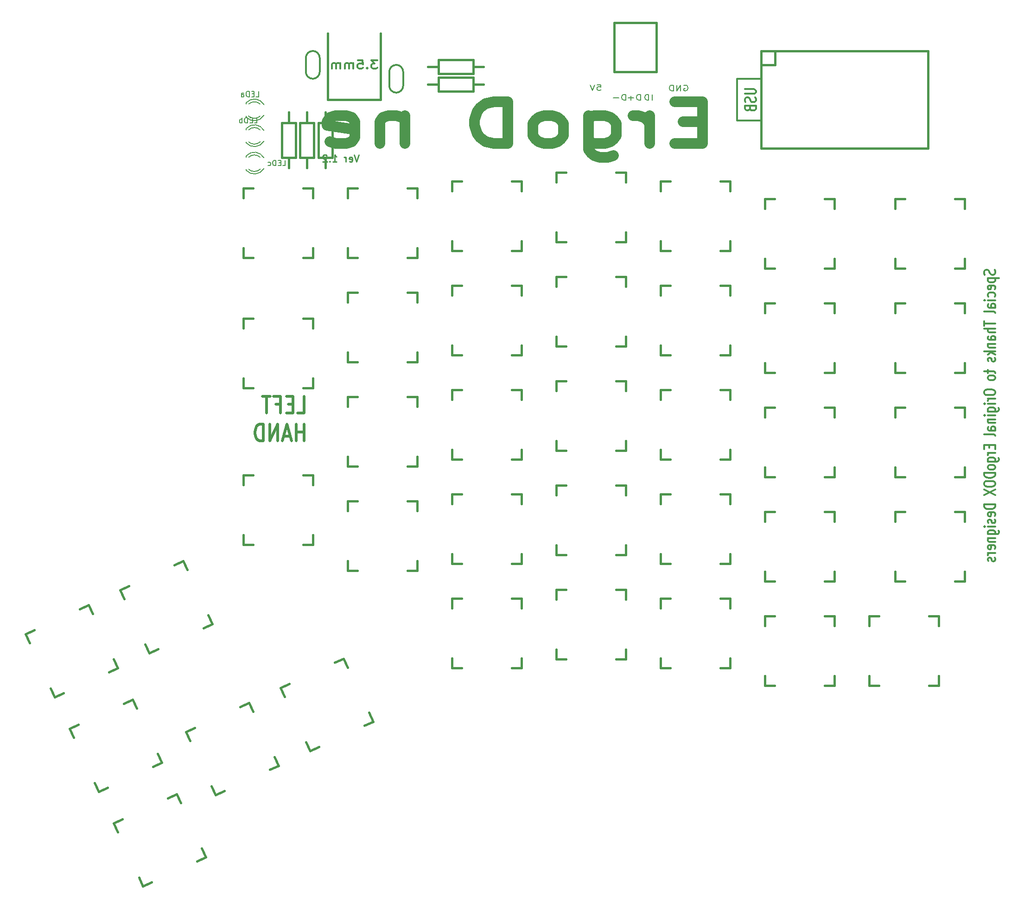
<source format=gbr>
G04 #@! TF.GenerationSoftware,KiCad,Pcbnew,(2017-04-04 revision 5dbfc0233)-makepkg*
G04 #@! TF.CreationDate,2017-04-22T22:17:14+08:00*
G04 #@! TF.ProjectId,ErgoDone,4572676F446F6E652E6B696361645F70,rev?*
G04 #@! TF.FileFunction,Legend,Bot*
G04 #@! TF.FilePolarity,Positive*
%FSLAX46Y46*%
G04 Gerber Fmt 4.6, Leading zero omitted, Abs format (unit mm)*
G04 Created by KiCad (PCBNEW (2017-04-04 revision 5dbfc0233)-makepkg) date 04/22/17 22:17:14*
%MOMM*%
%LPD*%
G01*
G04 APERTURE LIST*
%ADD10C,0.150000*%
%ADD11C,1.905000*%
%ADD12C,0.304800*%
%ADD13C,0.254000*%
%ADD14C,0.203200*%
%ADD15C,0.508000*%
%ADD16C,0.300000*%
%ADD17C,0.381000*%
G04 APERTURE END LIST*
D10*
D11*
X149901000Y-46520714D02*
X146345000Y-46520714D01*
X144821000Y-50512142D02*
X149901000Y-50512142D01*
X149901000Y-42892142D01*
X144821000Y-42892142D01*
X140249000Y-50512142D02*
X140249000Y-45432142D01*
X140249000Y-46883571D02*
X139741000Y-46157857D01*
X139233000Y-45795000D01*
X138217000Y-45432142D01*
X137201000Y-45432142D01*
X129073000Y-45432142D02*
X129073000Y-51600714D01*
X129581000Y-52326428D01*
X130089000Y-52689285D01*
X131105000Y-53052142D01*
X132629000Y-53052142D01*
X133645000Y-52689285D01*
X129073000Y-50149285D02*
X130089000Y-50512142D01*
X132121000Y-50512142D01*
X133137000Y-50149285D01*
X133645000Y-49786428D01*
X134153000Y-49060714D01*
X134153000Y-46883571D01*
X133645000Y-46157857D01*
X133137000Y-45795000D01*
X132121000Y-45432142D01*
X130089000Y-45432142D01*
X129073000Y-45795000D01*
X122469000Y-50512142D02*
X123485000Y-50149285D01*
X123993000Y-49786428D01*
X124501000Y-49060714D01*
X124501000Y-46883571D01*
X123993000Y-46157857D01*
X123485000Y-45795000D01*
X122469000Y-45432142D01*
X120945000Y-45432142D01*
X119929000Y-45795000D01*
X119421000Y-46157857D01*
X118913000Y-46883571D01*
X118913000Y-49060714D01*
X119421000Y-49786428D01*
X119929000Y-50149285D01*
X120945000Y-50512142D01*
X122469000Y-50512142D01*
X114341000Y-50512142D02*
X114341000Y-42892142D01*
X111801000Y-42892142D01*
X110277000Y-43255000D01*
X109261000Y-43980714D01*
X108753000Y-44706428D01*
X108245000Y-46157857D01*
X108245000Y-47246428D01*
X108753000Y-48697857D01*
X109261000Y-49423571D01*
X110277000Y-50149285D01*
X111801000Y-50512142D01*
X114341000Y-50512142D01*
X95545000Y-45432142D02*
X95545000Y-50512142D01*
X95545000Y-46157857D02*
X95037000Y-45795000D01*
X94021000Y-45432142D01*
X92497000Y-45432142D01*
X91481000Y-45795000D01*
X90973000Y-46520714D01*
X90973000Y-50512142D01*
X81829000Y-50149285D02*
X82845000Y-50512142D01*
X84877000Y-50512142D01*
X85893000Y-50149285D01*
X86401000Y-49423571D01*
X86401000Y-46520714D01*
X85893000Y-45795000D01*
X84877000Y-45432142D01*
X82845000Y-45432142D01*
X81829000Y-45795000D01*
X81321000Y-46520714D01*
X81321000Y-47246428D01*
X86401000Y-47972142D01*
D12*
X156210000Y-46355000D02*
X160655000Y-46355000D01*
X156210000Y-38735000D02*
X156210000Y-46355000D01*
X160655000Y-38735000D02*
X156210000Y-38735000D01*
X157637238Y-40621857D02*
X159282190Y-40621857D01*
X159475714Y-40694428D01*
X159572476Y-40767000D01*
X159669238Y-40912142D01*
X159669238Y-41202428D01*
X159572476Y-41347571D01*
X159475714Y-41420142D01*
X159282190Y-41492714D01*
X157637238Y-41492714D01*
X159572476Y-42145857D02*
X159669238Y-42363571D01*
X159669238Y-42726428D01*
X159572476Y-42871571D01*
X159475714Y-42944142D01*
X159282190Y-43016714D01*
X159088666Y-43016714D01*
X158895142Y-42944142D01*
X158798380Y-42871571D01*
X158701619Y-42726428D01*
X158604857Y-42436142D01*
X158508095Y-42291000D01*
X158411333Y-42218428D01*
X158217809Y-42145857D01*
X158024285Y-42145857D01*
X157830761Y-42218428D01*
X157734000Y-42291000D01*
X157637238Y-42436142D01*
X157637238Y-42799000D01*
X157734000Y-43016714D01*
X158604857Y-44177857D02*
X158701619Y-44395571D01*
X158798380Y-44468142D01*
X158991904Y-44540714D01*
X159282190Y-44540714D01*
X159475714Y-44468142D01*
X159572476Y-44395571D01*
X159669238Y-44250428D01*
X159669238Y-43669857D01*
X157637238Y-43669857D01*
X157637238Y-44177857D01*
X157734000Y-44323000D01*
X157830761Y-44395571D01*
X158024285Y-44468142D01*
X158217809Y-44468142D01*
X158411333Y-44395571D01*
X158508095Y-44323000D01*
X158604857Y-44177857D01*
X158604857Y-43669857D01*
X203287476Y-73667571D02*
X203384238Y-73885285D01*
X203384238Y-74248142D01*
X203287476Y-74393285D01*
X203190714Y-74465857D01*
X202997190Y-74538428D01*
X202803666Y-74538428D01*
X202610142Y-74465857D01*
X202513380Y-74393285D01*
X202416619Y-74248142D01*
X202319857Y-73957857D01*
X202223095Y-73812714D01*
X202126333Y-73740142D01*
X201932809Y-73667571D01*
X201739285Y-73667571D01*
X201545761Y-73740142D01*
X201449000Y-73812714D01*
X201352238Y-73957857D01*
X201352238Y-74320714D01*
X201449000Y-74538428D01*
X202029571Y-75191571D02*
X204061571Y-75191571D01*
X202126333Y-75191571D02*
X202029571Y-75336714D01*
X202029571Y-75627000D01*
X202126333Y-75772142D01*
X202223095Y-75844714D01*
X202416619Y-75917285D01*
X202997190Y-75917285D01*
X203190714Y-75844714D01*
X203287476Y-75772142D01*
X203384238Y-75627000D01*
X203384238Y-75336714D01*
X203287476Y-75191571D01*
X203287476Y-77151000D02*
X203384238Y-77005857D01*
X203384238Y-76715571D01*
X203287476Y-76570428D01*
X203093952Y-76497857D01*
X202319857Y-76497857D01*
X202126333Y-76570428D01*
X202029571Y-76715571D01*
X202029571Y-77005857D01*
X202126333Y-77151000D01*
X202319857Y-77223571D01*
X202513380Y-77223571D01*
X202706904Y-76497857D01*
X203287476Y-78529857D02*
X203384238Y-78384714D01*
X203384238Y-78094428D01*
X203287476Y-77949285D01*
X203190714Y-77876714D01*
X202997190Y-77804142D01*
X202416619Y-77804142D01*
X202223095Y-77876714D01*
X202126333Y-77949285D01*
X202029571Y-78094428D01*
X202029571Y-78384714D01*
X202126333Y-78529857D01*
X203384238Y-79183000D02*
X202029571Y-79183000D01*
X201352238Y-79183000D02*
X201449000Y-79110428D01*
X201545761Y-79183000D01*
X201449000Y-79255571D01*
X201352238Y-79183000D01*
X201545761Y-79183000D01*
X203384238Y-80561857D02*
X202319857Y-80561857D01*
X202126333Y-80489285D01*
X202029571Y-80344142D01*
X202029571Y-80053857D01*
X202126333Y-79908714D01*
X203287476Y-80561857D02*
X203384238Y-80416714D01*
X203384238Y-80053857D01*
X203287476Y-79908714D01*
X203093952Y-79836142D01*
X202900428Y-79836142D01*
X202706904Y-79908714D01*
X202610142Y-80053857D01*
X202610142Y-80416714D01*
X202513380Y-80561857D01*
X203384238Y-81505285D02*
X203287476Y-81360142D01*
X203093952Y-81287571D01*
X201352238Y-81287571D01*
X201352238Y-83029285D02*
X201352238Y-83900142D01*
X203384238Y-83464714D02*
X201352238Y-83464714D01*
X203384238Y-84408142D02*
X201352238Y-84408142D01*
X203384238Y-85061285D02*
X202319857Y-85061285D01*
X202126333Y-84988714D01*
X202029571Y-84843571D01*
X202029571Y-84625857D01*
X202126333Y-84480714D01*
X202223095Y-84408142D01*
X203384238Y-86440142D02*
X202319857Y-86440142D01*
X202126333Y-86367571D01*
X202029571Y-86222428D01*
X202029571Y-85932142D01*
X202126333Y-85787000D01*
X203287476Y-86440142D02*
X203384238Y-86295000D01*
X203384238Y-85932142D01*
X203287476Y-85787000D01*
X203093952Y-85714428D01*
X202900428Y-85714428D01*
X202706904Y-85787000D01*
X202610142Y-85932142D01*
X202610142Y-86295000D01*
X202513380Y-86440142D01*
X202029571Y-87165857D02*
X203384238Y-87165857D01*
X202223095Y-87165857D02*
X202126333Y-87238428D01*
X202029571Y-87383571D01*
X202029571Y-87601285D01*
X202126333Y-87746428D01*
X202319857Y-87819000D01*
X203384238Y-87819000D01*
X203384238Y-88544714D02*
X201352238Y-88544714D01*
X202610142Y-88689857D02*
X203384238Y-89125285D01*
X202029571Y-89125285D02*
X202803666Y-88544714D01*
X203287476Y-89705857D02*
X203384238Y-89851000D01*
X203384238Y-90141285D01*
X203287476Y-90286428D01*
X203093952Y-90359000D01*
X202997190Y-90359000D01*
X202803666Y-90286428D01*
X202706904Y-90141285D01*
X202706904Y-89923571D01*
X202610142Y-89778428D01*
X202416619Y-89705857D01*
X202319857Y-89705857D01*
X202126333Y-89778428D01*
X202029571Y-89923571D01*
X202029571Y-90141285D01*
X202126333Y-90286428D01*
X202029571Y-91955571D02*
X202029571Y-92536142D01*
X201352238Y-92173285D02*
X203093952Y-92173285D01*
X203287476Y-92245857D01*
X203384238Y-92391000D01*
X203384238Y-92536142D01*
X203384238Y-93261857D02*
X203287476Y-93116714D01*
X203190714Y-93044142D01*
X202997190Y-92971571D01*
X202416619Y-92971571D01*
X202223095Y-93044142D01*
X202126333Y-93116714D01*
X202029571Y-93261857D01*
X202029571Y-93479571D01*
X202126333Y-93624714D01*
X202223095Y-93697285D01*
X202416619Y-93769857D01*
X202997190Y-93769857D01*
X203190714Y-93697285D01*
X203287476Y-93624714D01*
X203384238Y-93479571D01*
X203384238Y-93261857D01*
X201352238Y-95874428D02*
X201352238Y-96164714D01*
X201449000Y-96309857D01*
X201642523Y-96455000D01*
X202029571Y-96527571D01*
X202706904Y-96527571D01*
X203093952Y-96455000D01*
X203287476Y-96309857D01*
X203384238Y-96164714D01*
X203384238Y-95874428D01*
X203287476Y-95729285D01*
X203093952Y-95584142D01*
X202706904Y-95511571D01*
X202029571Y-95511571D01*
X201642523Y-95584142D01*
X201449000Y-95729285D01*
X201352238Y-95874428D01*
X203384238Y-97180714D02*
X202029571Y-97180714D01*
X202416619Y-97180714D02*
X202223095Y-97253285D01*
X202126333Y-97325857D01*
X202029571Y-97471000D01*
X202029571Y-97616142D01*
X203384238Y-98124142D02*
X202029571Y-98124142D01*
X201352238Y-98124142D02*
X201449000Y-98051571D01*
X201545761Y-98124142D01*
X201449000Y-98196714D01*
X201352238Y-98124142D01*
X201545761Y-98124142D01*
X202029571Y-99503000D02*
X203674523Y-99503000D01*
X203868047Y-99430428D01*
X203964809Y-99357857D01*
X204061571Y-99212714D01*
X204061571Y-98995000D01*
X203964809Y-98849857D01*
X203287476Y-99503000D02*
X203384238Y-99357857D01*
X203384238Y-99067571D01*
X203287476Y-98922428D01*
X203190714Y-98849857D01*
X202997190Y-98777285D01*
X202416619Y-98777285D01*
X202223095Y-98849857D01*
X202126333Y-98922428D01*
X202029571Y-99067571D01*
X202029571Y-99357857D01*
X202126333Y-99503000D01*
X203384238Y-100228714D02*
X202029571Y-100228714D01*
X201352238Y-100228714D02*
X201449000Y-100156142D01*
X201545761Y-100228714D01*
X201449000Y-100301285D01*
X201352238Y-100228714D01*
X201545761Y-100228714D01*
X202029571Y-100954428D02*
X203384238Y-100954428D01*
X202223095Y-100954428D02*
X202126333Y-101027000D01*
X202029571Y-101172142D01*
X202029571Y-101389857D01*
X202126333Y-101535000D01*
X202319857Y-101607571D01*
X203384238Y-101607571D01*
X203384238Y-102986428D02*
X202319857Y-102986428D01*
X202126333Y-102913857D01*
X202029571Y-102768714D01*
X202029571Y-102478428D01*
X202126333Y-102333285D01*
X203287476Y-102986428D02*
X203384238Y-102841285D01*
X203384238Y-102478428D01*
X203287476Y-102333285D01*
X203093952Y-102260714D01*
X202900428Y-102260714D01*
X202706904Y-102333285D01*
X202610142Y-102478428D01*
X202610142Y-102841285D01*
X202513380Y-102986428D01*
X203384238Y-103929857D02*
X203287476Y-103784714D01*
X203093952Y-103712142D01*
X201352238Y-103712142D01*
X202319857Y-105671571D02*
X202319857Y-106179571D01*
X203384238Y-106397285D02*
X203384238Y-105671571D01*
X201352238Y-105671571D01*
X201352238Y-106397285D01*
X203384238Y-107050428D02*
X202029571Y-107050428D01*
X202416619Y-107050428D02*
X202223095Y-107123000D01*
X202126333Y-107195571D01*
X202029571Y-107340714D01*
X202029571Y-107485857D01*
X202029571Y-108647000D02*
X203674523Y-108647000D01*
X203868047Y-108574428D01*
X203964809Y-108501857D01*
X204061571Y-108356714D01*
X204061571Y-108139000D01*
X203964809Y-107993857D01*
X203287476Y-108647000D02*
X203384238Y-108501857D01*
X203384238Y-108211571D01*
X203287476Y-108066428D01*
X203190714Y-107993857D01*
X202997190Y-107921285D01*
X202416619Y-107921285D01*
X202223095Y-107993857D01*
X202126333Y-108066428D01*
X202029571Y-108211571D01*
X202029571Y-108501857D01*
X202126333Y-108647000D01*
X203384238Y-109590428D02*
X203287476Y-109445285D01*
X203190714Y-109372714D01*
X202997190Y-109300142D01*
X202416619Y-109300142D01*
X202223095Y-109372714D01*
X202126333Y-109445285D01*
X202029571Y-109590428D01*
X202029571Y-109808142D01*
X202126333Y-109953285D01*
X202223095Y-110025857D01*
X202416619Y-110098428D01*
X202997190Y-110098428D01*
X203190714Y-110025857D01*
X203287476Y-109953285D01*
X203384238Y-109808142D01*
X203384238Y-109590428D01*
X203384238Y-110751571D02*
X201352238Y-110751571D01*
X201352238Y-111114428D01*
X201449000Y-111332142D01*
X201642523Y-111477285D01*
X201836047Y-111549857D01*
X202223095Y-111622428D01*
X202513380Y-111622428D01*
X202900428Y-111549857D01*
X203093952Y-111477285D01*
X203287476Y-111332142D01*
X203384238Y-111114428D01*
X203384238Y-110751571D01*
X201352238Y-112565857D02*
X201352238Y-112856142D01*
X201449000Y-113001285D01*
X201642523Y-113146428D01*
X202029571Y-113218999D01*
X202706904Y-113218999D01*
X203093952Y-113146428D01*
X203287476Y-113001285D01*
X203384238Y-112856142D01*
X203384238Y-112565857D01*
X203287476Y-112420714D01*
X203093952Y-112275571D01*
X202706904Y-112202999D01*
X202029571Y-112202999D01*
X201642523Y-112275571D01*
X201449000Y-112420714D01*
X201352238Y-112565857D01*
X201352238Y-113726999D02*
X203384238Y-114742999D01*
X201352238Y-114742999D02*
X203384238Y-113726999D01*
X203384238Y-116484714D02*
X201352238Y-116484714D01*
X201352238Y-116847571D01*
X201449000Y-117065285D01*
X201642523Y-117210428D01*
X201836047Y-117282999D01*
X202223095Y-117355571D01*
X202513380Y-117355571D01*
X202900428Y-117282999D01*
X203093952Y-117210428D01*
X203287476Y-117065285D01*
X203384238Y-116847571D01*
X203384238Y-116484714D01*
X203287476Y-118589285D02*
X203384238Y-118444142D01*
X203384238Y-118153857D01*
X203287476Y-118008714D01*
X203093952Y-117936142D01*
X202319857Y-117936142D01*
X202126333Y-118008714D01*
X202029571Y-118153857D01*
X202029571Y-118444142D01*
X202126333Y-118589285D01*
X202319857Y-118661857D01*
X202513380Y-118661857D01*
X202706904Y-117936142D01*
X203287476Y-119242428D02*
X203384238Y-119387571D01*
X203384238Y-119677857D01*
X203287476Y-119822999D01*
X203093952Y-119895571D01*
X202997190Y-119895571D01*
X202803666Y-119822999D01*
X202706904Y-119677857D01*
X202706904Y-119460142D01*
X202610142Y-119314999D01*
X202416619Y-119242428D01*
X202319857Y-119242428D01*
X202126333Y-119314999D01*
X202029571Y-119460142D01*
X202029571Y-119677857D01*
X202126333Y-119822999D01*
X203384238Y-120548714D02*
X202029571Y-120548714D01*
X201352238Y-120548714D02*
X201449000Y-120476142D01*
X201545761Y-120548714D01*
X201449000Y-120621285D01*
X201352238Y-120548714D01*
X201545761Y-120548714D01*
X202029571Y-121927571D02*
X203674523Y-121927571D01*
X203868047Y-121854999D01*
X203964809Y-121782428D01*
X204061571Y-121637285D01*
X204061571Y-121419571D01*
X203964809Y-121274428D01*
X203287476Y-121927571D02*
X203384238Y-121782428D01*
X203384238Y-121492142D01*
X203287476Y-121346999D01*
X203190714Y-121274428D01*
X202997190Y-121201857D01*
X202416619Y-121201857D01*
X202223095Y-121274428D01*
X202126333Y-121346999D01*
X202029571Y-121492142D01*
X202029571Y-121782428D01*
X202126333Y-121927571D01*
X202029571Y-122653285D02*
X203384238Y-122653285D01*
X202223095Y-122653285D02*
X202126333Y-122725857D01*
X202029571Y-122870999D01*
X202029571Y-123088714D01*
X202126333Y-123233857D01*
X202319857Y-123306428D01*
X203384238Y-123306428D01*
X203287476Y-124612714D02*
X203384238Y-124467571D01*
X203384238Y-124177285D01*
X203287476Y-124032142D01*
X203093952Y-123959571D01*
X202319857Y-123959571D01*
X202126333Y-124032142D01*
X202029571Y-124177285D01*
X202029571Y-124467571D01*
X202126333Y-124612714D01*
X202319857Y-124685285D01*
X202513380Y-124685285D01*
X202706904Y-123959571D01*
X203384238Y-125338428D02*
X202029571Y-125338428D01*
X202416619Y-125338428D02*
X202223095Y-125410999D01*
X202126333Y-125483571D01*
X202029571Y-125628714D01*
X202029571Y-125773857D01*
X203287476Y-126209285D02*
X203384238Y-126354428D01*
X203384238Y-126644714D01*
X203287476Y-126789857D01*
X203093952Y-126862428D01*
X202997190Y-126862428D01*
X202803666Y-126789857D01*
X202706904Y-126644714D01*
X202706904Y-126426999D01*
X202610142Y-126281857D01*
X202416619Y-126209285D01*
X202319857Y-126209285D01*
X202126333Y-126281857D01*
X202029571Y-126426999D01*
X202029571Y-126644714D01*
X202126333Y-126789857D01*
D13*
X87176428Y-52644523D02*
X86753095Y-53914523D01*
X86329761Y-52644523D01*
X85422619Y-53854047D02*
X85543571Y-53914523D01*
X85785476Y-53914523D01*
X85906428Y-53854047D01*
X85966904Y-53733095D01*
X85966904Y-53249285D01*
X85906428Y-53128333D01*
X85785476Y-53067857D01*
X85543571Y-53067857D01*
X85422619Y-53128333D01*
X85362142Y-53249285D01*
X85362142Y-53370238D01*
X85966904Y-53491190D01*
X84817857Y-53914523D02*
X84817857Y-53067857D01*
X84817857Y-53309761D02*
X84757380Y-53188809D01*
X84696904Y-53128333D01*
X84575952Y-53067857D01*
X84455000Y-53067857D01*
X82398809Y-53914523D02*
X83124523Y-53914523D01*
X82761666Y-53914523D02*
X82761666Y-52644523D01*
X82882619Y-52825952D01*
X83003571Y-52946904D01*
X83124523Y-53007380D01*
X81854523Y-53793571D02*
X81794047Y-53854047D01*
X81854523Y-53914523D01*
X81915000Y-53854047D01*
X81854523Y-53793571D01*
X81854523Y-53914523D01*
X81310238Y-52765476D02*
X81249761Y-52705000D01*
X81128809Y-52644523D01*
X80826428Y-52644523D01*
X80705476Y-52705000D01*
X80645000Y-52765476D01*
X80584523Y-52886428D01*
X80584523Y-53007380D01*
X80645000Y-53188809D01*
X81370714Y-53914523D01*
X80584523Y-53914523D01*
D14*
X140700000Y-42624619D02*
X140700000Y-41608619D01*
X140095238Y-42624619D02*
X140095238Y-41608619D01*
X139792857Y-41608619D01*
X139611428Y-41657000D01*
X139490476Y-41753761D01*
X139430000Y-41850523D01*
X139369523Y-42044047D01*
X139369523Y-42189190D01*
X139430000Y-42382714D01*
X139490476Y-42479476D01*
X139611428Y-42576238D01*
X139792857Y-42624619D01*
X140095238Y-42624619D01*
X138583809Y-42624619D02*
X138583809Y-41608619D01*
X138281428Y-41608619D01*
X138100000Y-41657000D01*
X137979047Y-41753761D01*
X137918571Y-41850523D01*
X137858095Y-42044047D01*
X137858095Y-42189190D01*
X137918571Y-42382714D01*
X137979047Y-42479476D01*
X138100000Y-42576238D01*
X138281428Y-42624619D01*
X138583809Y-42624619D01*
X137313809Y-42237571D02*
X136346190Y-42237571D01*
X136830000Y-42624619D02*
X136830000Y-41850523D01*
X146532619Y-39957000D02*
X146653571Y-39908619D01*
X146835000Y-39908619D01*
X147016428Y-39957000D01*
X147137380Y-40053761D01*
X147197857Y-40150523D01*
X147258333Y-40344047D01*
X147258333Y-40489190D01*
X147197857Y-40682714D01*
X147137380Y-40779476D01*
X147016428Y-40876238D01*
X146835000Y-40924619D01*
X146714047Y-40924619D01*
X146532619Y-40876238D01*
X146472142Y-40827857D01*
X146472142Y-40489190D01*
X146714047Y-40489190D01*
X145927857Y-40924619D02*
X145927857Y-39908619D01*
X145202142Y-40924619D01*
X145202142Y-39908619D01*
X144597380Y-40924619D02*
X144597380Y-39908619D01*
X144295000Y-39908619D01*
X144113571Y-39957000D01*
X143992619Y-40053761D01*
X143932142Y-40150523D01*
X143871666Y-40344047D01*
X143871666Y-40489190D01*
X143932142Y-40682714D01*
X143992619Y-40779476D01*
X144113571Y-40876238D01*
X144295000Y-40924619D01*
X144597380Y-40924619D01*
X130706904Y-39808619D02*
X131311666Y-39808619D01*
X131372142Y-40292428D01*
X131311666Y-40244047D01*
X131190714Y-40195666D01*
X130888333Y-40195666D01*
X130767380Y-40244047D01*
X130706904Y-40292428D01*
X130646428Y-40389190D01*
X130646428Y-40631095D01*
X130706904Y-40727857D01*
X130767380Y-40776238D01*
X130888333Y-40824619D01*
X131190714Y-40824619D01*
X131311666Y-40776238D01*
X131372142Y-40727857D01*
X130283571Y-39808619D02*
X129860238Y-40824619D01*
X129436904Y-39808619D01*
X135883809Y-42624619D02*
X135883809Y-41608619D01*
X135581428Y-41608619D01*
X135400000Y-41657000D01*
X135279047Y-41753761D01*
X135218571Y-41850523D01*
X135158095Y-42044047D01*
X135158095Y-42189190D01*
X135218571Y-42382714D01*
X135279047Y-42479476D01*
X135400000Y-42576238D01*
X135581428Y-42624619D01*
X135883809Y-42624619D01*
X134613809Y-42237571D02*
X133646190Y-42237571D01*
D15*
X75960514Y-99803857D02*
X77170038Y-99803857D01*
X77170038Y-96755857D01*
X75113847Y-98207285D02*
X74267180Y-98207285D01*
X73904323Y-99803857D02*
X75113847Y-99803857D01*
X75113847Y-96755857D01*
X73904323Y-96755857D01*
X71969085Y-98207285D02*
X72815752Y-98207285D01*
X72815752Y-99803857D02*
X72815752Y-96755857D01*
X71606228Y-96755857D01*
X71001466Y-96755857D02*
X69550038Y-96755857D01*
X70275752Y-99803857D02*
X70275752Y-96755857D01*
X77170038Y-104883857D02*
X77170038Y-101835857D01*
X77170038Y-103287285D02*
X75718609Y-103287285D01*
X75718609Y-104883857D02*
X75718609Y-101835857D01*
X74630038Y-104013000D02*
X73420514Y-104013000D01*
X74871942Y-104883857D02*
X74025276Y-101835857D01*
X73178609Y-104883857D01*
X72331942Y-104883857D02*
X72331942Y-101835857D01*
X70880514Y-104883857D01*
X70880514Y-101835857D01*
X69670990Y-104883857D02*
X69670990Y-101835857D01*
X69066228Y-101835857D01*
X68703371Y-101981000D01*
X68461466Y-102271285D01*
X68340514Y-102561571D01*
X68219561Y-103142142D01*
X68219561Y-103577571D01*
X68340514Y-104158142D01*
X68461466Y-104448428D01*
X68703371Y-104738714D01*
X69066228Y-104883857D01*
X69670990Y-104883857D01*
D16*
X80010000Y-37465000D02*
X80010000Y-34925000D01*
X77470000Y-37465000D02*
X77470000Y-34925000D01*
X80010000Y-34925000D02*
G75*
G03X78740000Y-33655000I-1270000J0D01*
G01*
X78740000Y-33655000D02*
G75*
G03X77470000Y-34925000I0J-1270000D01*
G01*
X78740000Y-38735000D02*
G75*
G03X80010000Y-37465000I0J1270000D01*
G01*
X77470000Y-37465000D02*
G75*
G03X78740000Y-38735000I1270000J0D01*
G01*
X95250000Y-40005000D02*
X95250000Y-37465000D01*
X92710000Y-37465000D02*
G75*
G02X93980000Y-36195000I1270000J0D01*
G01*
X93980000Y-36195000D02*
G75*
G02X95250000Y-37465000I0J-1270000D01*
G01*
X93980000Y-41275000D02*
G75*
G02X92710000Y-40005000I0J1270000D01*
G01*
X95250000Y-40005000D02*
G75*
G02X93980000Y-41275000I-1270000J0D01*
G01*
X92710000Y-40005000D02*
X92710000Y-37465000D01*
D17*
X73095000Y-46750000D02*
X73095000Y-53100000D01*
X73095000Y-53100000D02*
X75635000Y-53100000D01*
X75635000Y-53100000D02*
X75635000Y-46750000D01*
X75635000Y-46750000D02*
X73095000Y-46750000D01*
X74365000Y-55005000D02*
X74365000Y-53100000D01*
X74365000Y-44845000D02*
X74365000Y-46750000D01*
X76395000Y-46750000D02*
X76395000Y-53100000D01*
X76395000Y-53100000D02*
X78935000Y-53100000D01*
X78935000Y-53100000D02*
X78935000Y-46750000D01*
X78935000Y-46750000D02*
X76395000Y-46750000D01*
X77665000Y-55005000D02*
X77665000Y-53100000D01*
X77665000Y-44845000D02*
X77665000Y-46750000D01*
X79795000Y-46750000D02*
X79795000Y-53100000D01*
X79795000Y-53100000D02*
X82335000Y-53100000D01*
X82335000Y-53100000D02*
X82335000Y-46750000D01*
X82335000Y-46750000D02*
X79795000Y-46750000D01*
X81065000Y-55005000D02*
X81065000Y-53100000D01*
X81065000Y-44845000D02*
X81065000Y-46750000D01*
X101690000Y-37775000D02*
X108040000Y-37775000D01*
X108040000Y-37775000D02*
X108040000Y-35235000D01*
X108040000Y-35235000D02*
X101690000Y-35235000D01*
X101690000Y-35235000D02*
X101690000Y-37775000D01*
X109945000Y-36505000D02*
X108040000Y-36505000D01*
X99785000Y-36505000D02*
X101690000Y-36505000D01*
X101697000Y-41061000D02*
X108047000Y-41061000D01*
X108047000Y-41061000D02*
X108047000Y-38521000D01*
X108047000Y-38521000D02*
X101697000Y-38521000D01*
X101697000Y-38521000D02*
X101697000Y-41061000D01*
X109952000Y-39791000D02*
X108047000Y-39791000D01*
X99792000Y-39791000D02*
X101697000Y-39791000D01*
X160655000Y-51435000D02*
X160655000Y-33655000D01*
X160655000Y-33655000D02*
X191135000Y-33655000D01*
X191135000Y-33655000D02*
X191135000Y-51435000D01*
X191135000Y-51435000D02*
X160655000Y-51435000D01*
X160655000Y-36195000D02*
X163195000Y-36195000D01*
X163195000Y-36195000D02*
X163195000Y-33655000D01*
X91109800Y-30480000D02*
X91109800Y-42545000D01*
X91109800Y-42545000D02*
X81508600Y-42545000D01*
X81508600Y-42545000D02*
X81508600Y-30480000D01*
X66040000Y-58750200D02*
X67818000Y-58750200D01*
X76962000Y-58750200D02*
X78740000Y-58750200D01*
X78740000Y-58750200D02*
X78740000Y-60528200D01*
X78740000Y-69672200D02*
X78740000Y-71450200D01*
X78740000Y-71450200D02*
X76962000Y-71450200D01*
X67818000Y-71450200D02*
X66040000Y-71450200D01*
X66040000Y-71450200D02*
X66040000Y-69672200D01*
X66040000Y-60528200D02*
X66040000Y-58750200D01*
X66040000Y-95260160D02*
X66040000Y-93482160D01*
X66040000Y-84338160D02*
X66040000Y-82560160D01*
X66040000Y-82560160D02*
X67818000Y-82560160D01*
X76962000Y-82560160D02*
X78740000Y-82560160D01*
X78740000Y-82560160D02*
X78740000Y-84338160D01*
X78740000Y-93482160D02*
X78740000Y-95260160D01*
X78740000Y-95260160D02*
X76962000Y-95260160D01*
X67818000Y-95260160D02*
X66040000Y-95260160D01*
X66040000Y-123835160D02*
X66040000Y-122057160D01*
X66040000Y-112913160D02*
X66040000Y-111135160D01*
X66040000Y-111135160D02*
X67818000Y-111135160D01*
X76962000Y-111135160D02*
X78740000Y-111135160D01*
X78740000Y-111135160D02*
X78740000Y-112913160D01*
X78740000Y-122057160D02*
X78740000Y-123835160D01*
X78740000Y-123835160D02*
X76962000Y-123835160D01*
X67818000Y-123835160D02*
X66040000Y-123835160D01*
X180340000Y-136852660D02*
X182118000Y-136852660D01*
X191262000Y-136852660D02*
X193040000Y-136852660D01*
X193040000Y-136852660D02*
X193040000Y-138630660D01*
X193040000Y-147774660D02*
X193040000Y-149552660D01*
X193040000Y-149552660D02*
X191262000Y-149552660D01*
X182118000Y-149552660D02*
X180340000Y-149552660D01*
X180340000Y-149552660D02*
X180340000Y-147774660D01*
X180340000Y-138630660D02*
X180340000Y-136852660D01*
X85090000Y-77797660D02*
X86868000Y-77797660D01*
X96012000Y-77797660D02*
X97790000Y-77797660D01*
X97790000Y-77797660D02*
X97790000Y-79575660D01*
X97790000Y-88719660D02*
X97790000Y-90497660D01*
X97790000Y-90497660D02*
X96012000Y-90497660D01*
X86868000Y-90497660D02*
X85090000Y-90497660D01*
X85090000Y-90497660D02*
X85090000Y-88719660D01*
X85090000Y-79575660D02*
X85090000Y-77797660D01*
X34309520Y-157461652D02*
X35920935Y-156710236D01*
X44208213Y-152845815D02*
X45819628Y-152094400D01*
X45819628Y-152094400D02*
X46571044Y-153705815D01*
X50435465Y-161993093D02*
X51186880Y-163604508D01*
X51186880Y-163604508D02*
X49575465Y-164355924D01*
X41288187Y-168220345D02*
X39676772Y-168971760D01*
X39676772Y-168971760D02*
X38925356Y-167360345D01*
X35060935Y-159073067D02*
X34309520Y-157461652D01*
X42361320Y-174728572D02*
X43972735Y-173977156D01*
X52260013Y-170112735D02*
X53871428Y-169361320D01*
X53871428Y-169361320D02*
X54622844Y-170972735D01*
X58487265Y-179260013D02*
X59238680Y-180871428D01*
X59238680Y-180871428D02*
X57627265Y-181622844D01*
X49339987Y-185487265D02*
X47728572Y-186238680D01*
X47728572Y-186238680D02*
X46977156Y-184627265D01*
X43112735Y-176339987D02*
X42361320Y-174728572D01*
X26260260Y-140197272D02*
X27871675Y-139445856D01*
X36158953Y-135581435D02*
X37770368Y-134830020D01*
X37770368Y-134830020D02*
X38521784Y-136441435D01*
X42386205Y-144728713D02*
X43137620Y-146340128D01*
X43137620Y-146340128D02*
X41526205Y-147091544D01*
X33238927Y-150955965D02*
X31627512Y-151707380D01*
X31627512Y-151707380D02*
X30876096Y-150095965D01*
X27011675Y-141808687D02*
X26260260Y-140197272D01*
X43524640Y-132148012D02*
X45136055Y-131396596D01*
X53423333Y-127532175D02*
X55034748Y-126780760D01*
X55034748Y-126780760D02*
X55786164Y-128392175D01*
X59650585Y-136679453D02*
X60402000Y-138290868D01*
X60402000Y-138290868D02*
X58790585Y-139042284D01*
X50503307Y-142906705D02*
X48891892Y-143658120D01*
X48891892Y-143658120D02*
X48140476Y-142046705D01*
X44276055Y-133759427D02*
X43524640Y-132148012D01*
X161290000Y-60655200D02*
X163068000Y-60655200D01*
X172212000Y-60655200D02*
X173990000Y-60655200D01*
X173990000Y-60655200D02*
X173990000Y-62433200D01*
X173990000Y-71577200D02*
X173990000Y-73355200D01*
X173990000Y-73355200D02*
X172212000Y-73355200D01*
X163068000Y-73355200D02*
X161290000Y-73355200D01*
X161290000Y-73355200D02*
X161290000Y-71577200D01*
X161290000Y-62433200D02*
X161290000Y-60655200D01*
X142240000Y-57477660D02*
X144018000Y-57477660D01*
X153162000Y-57477660D02*
X154940000Y-57477660D01*
X154940000Y-57477660D02*
X154940000Y-59255660D01*
X154940000Y-68399660D02*
X154940000Y-70177660D01*
X154940000Y-70177660D02*
X153162000Y-70177660D01*
X144018000Y-70177660D02*
X142240000Y-70177660D01*
X142240000Y-70177660D02*
X142240000Y-68399660D01*
X142240000Y-59255660D02*
X142240000Y-57477660D01*
X123190000Y-55880000D02*
X124968000Y-55880000D01*
X134112000Y-55880000D02*
X135890000Y-55880000D01*
X135890000Y-55880000D02*
X135890000Y-57658000D01*
X135890000Y-66802000D02*
X135890000Y-68580000D01*
X135890000Y-68580000D02*
X134112000Y-68580000D01*
X124968000Y-68580000D02*
X123190000Y-68580000D01*
X123190000Y-68580000D02*
X123190000Y-66802000D01*
X123190000Y-57658000D02*
X123190000Y-55880000D01*
X104140000Y-57477660D02*
X105918000Y-57477660D01*
X115062000Y-57477660D02*
X116840000Y-57477660D01*
X116840000Y-57477660D02*
X116840000Y-59255660D01*
X116840000Y-68399660D02*
X116840000Y-70177660D01*
X116840000Y-70177660D02*
X115062000Y-70177660D01*
X105918000Y-70177660D02*
X104140000Y-70177660D01*
X104140000Y-70177660D02*
X104140000Y-68399660D01*
X104140000Y-59255660D02*
X104140000Y-57477660D01*
X142240000Y-133677660D02*
X144018000Y-133677660D01*
X153162000Y-133677660D02*
X154940000Y-133677660D01*
X154940000Y-133677660D02*
X154940000Y-135455660D01*
X154940000Y-144599660D02*
X154940000Y-146377660D01*
X154940000Y-146377660D02*
X153162000Y-146377660D01*
X144018000Y-146377660D02*
X142240000Y-146377660D01*
X142240000Y-146377660D02*
X142240000Y-144599660D01*
X142240000Y-135455660D02*
X142240000Y-133677660D01*
X161290000Y-79702660D02*
X163068000Y-79702660D01*
X172212000Y-79702660D02*
X173990000Y-79702660D01*
X173990000Y-79702660D02*
X173990000Y-81480660D01*
X173990000Y-90624660D02*
X173990000Y-92402660D01*
X173990000Y-92402660D02*
X172212000Y-92402660D01*
X163068000Y-92402660D02*
X161290000Y-92402660D01*
X161290000Y-92402660D02*
X161290000Y-90624660D01*
X161290000Y-81480660D02*
X161290000Y-79702660D01*
X123190000Y-74930000D02*
X124968000Y-74930000D01*
X134112000Y-74930000D02*
X135890000Y-74930000D01*
X135890000Y-74930000D02*
X135890000Y-76708000D01*
X135890000Y-85852000D02*
X135890000Y-87630000D01*
X135890000Y-87630000D02*
X134112000Y-87630000D01*
X124968000Y-87630000D02*
X123190000Y-87630000D01*
X123190000Y-87630000D02*
X123190000Y-85852000D01*
X123190000Y-76708000D02*
X123190000Y-74930000D01*
X104140000Y-76527660D02*
X105918000Y-76527660D01*
X115062000Y-76527660D02*
X116840000Y-76527660D01*
X116840000Y-76527660D02*
X116840000Y-78305660D01*
X116840000Y-87449660D02*
X116840000Y-89227660D01*
X116840000Y-89227660D02*
X115062000Y-89227660D01*
X105918000Y-89227660D02*
X104140000Y-89227660D01*
X104140000Y-89227660D02*
X104140000Y-87449660D01*
X104140000Y-78305660D02*
X104140000Y-76527660D01*
X161290000Y-98752660D02*
X163068000Y-98752660D01*
X172212000Y-98752660D02*
X173990000Y-98752660D01*
X173990000Y-98752660D02*
X173990000Y-100530660D01*
X173990000Y-109674660D02*
X173990000Y-111452660D01*
X173990000Y-111452660D02*
X172212000Y-111452660D01*
X163068000Y-111452660D02*
X161290000Y-111452660D01*
X161290000Y-111452660D02*
X161290000Y-109674660D01*
X161290000Y-100530660D02*
X161290000Y-98752660D01*
X142240000Y-95577660D02*
X144018000Y-95577660D01*
X153162000Y-95577660D02*
X154940000Y-95577660D01*
X154940000Y-95577660D02*
X154940000Y-97355660D01*
X154940000Y-106499660D02*
X154940000Y-108277660D01*
X154940000Y-108277660D02*
X153162000Y-108277660D01*
X144018000Y-108277660D02*
X142240000Y-108277660D01*
X142240000Y-108277660D02*
X142240000Y-106499660D01*
X142240000Y-97355660D02*
X142240000Y-95577660D01*
X123190000Y-93980000D02*
X124968000Y-93980000D01*
X134112000Y-93980000D02*
X135890000Y-93980000D01*
X135890000Y-93980000D02*
X135890000Y-95758000D01*
X135890000Y-104902000D02*
X135890000Y-106680000D01*
X135890000Y-106680000D02*
X134112000Y-106680000D01*
X124968000Y-106680000D02*
X123190000Y-106680000D01*
X123190000Y-106680000D02*
X123190000Y-104902000D01*
X123190000Y-95758000D02*
X123190000Y-93980000D01*
X104140000Y-95577660D02*
X105918000Y-95577660D01*
X115062000Y-95577660D02*
X116840000Y-95577660D01*
X116840000Y-95577660D02*
X116840000Y-97355660D01*
X116840000Y-106499660D02*
X116840000Y-108277660D01*
X116840000Y-108277660D02*
X115062000Y-108277660D01*
X105918000Y-108277660D02*
X104140000Y-108277660D01*
X104140000Y-108277660D02*
X104140000Y-106499660D01*
X104140000Y-97355660D02*
X104140000Y-95577660D01*
X85090000Y-96847660D02*
X86868000Y-96847660D01*
X96012000Y-96847660D02*
X97790000Y-96847660D01*
X97790000Y-96847660D02*
X97790000Y-98625660D01*
X97790000Y-107769660D02*
X97790000Y-109547660D01*
X97790000Y-109547660D02*
X96012000Y-109547660D01*
X86868000Y-109547660D02*
X85090000Y-109547660D01*
X85090000Y-109547660D02*
X85090000Y-107769660D01*
X85090000Y-98625660D02*
X85090000Y-96847660D01*
X161290000Y-117802660D02*
X163068000Y-117802660D01*
X172212000Y-117802660D02*
X173990000Y-117802660D01*
X173990000Y-117802660D02*
X173990000Y-119580660D01*
X173990000Y-128724660D02*
X173990000Y-130502660D01*
X173990000Y-130502660D02*
X172212000Y-130502660D01*
X163068000Y-130502660D02*
X161290000Y-130502660D01*
X161290000Y-130502660D02*
X161290000Y-128724660D01*
X161290000Y-119580660D02*
X161290000Y-117802660D01*
X142240000Y-114627660D02*
X144018000Y-114627660D01*
X153162000Y-114627660D02*
X154940000Y-114627660D01*
X154940000Y-114627660D02*
X154940000Y-116405660D01*
X154940000Y-125549660D02*
X154940000Y-127327660D01*
X154940000Y-127327660D02*
X153162000Y-127327660D01*
X144018000Y-127327660D02*
X142240000Y-127327660D01*
X142240000Y-127327660D02*
X142240000Y-125549660D01*
X142240000Y-116405660D02*
X142240000Y-114627660D01*
X123190000Y-113030000D02*
X124968000Y-113030000D01*
X134112000Y-113030000D02*
X135890000Y-113030000D01*
X135890000Y-113030000D02*
X135890000Y-114808000D01*
X135890000Y-123952000D02*
X135890000Y-125730000D01*
X135890000Y-125730000D02*
X134112000Y-125730000D01*
X124968000Y-125730000D02*
X123190000Y-125730000D01*
X123190000Y-125730000D02*
X123190000Y-123952000D01*
X123190000Y-114808000D02*
X123190000Y-113030000D01*
X104140000Y-114627660D02*
X105918000Y-114627660D01*
X115062000Y-114627660D02*
X116840000Y-114627660D01*
X116840000Y-114627660D02*
X116840000Y-116405660D01*
X116840000Y-125549660D02*
X116840000Y-127327660D01*
X116840000Y-127327660D02*
X115062000Y-127327660D01*
X105918000Y-127327660D02*
X104140000Y-127327660D01*
X104140000Y-127327660D02*
X104140000Y-125549660D01*
X104140000Y-116405660D02*
X104140000Y-114627660D01*
X85090000Y-115897660D02*
X86868000Y-115897660D01*
X96012000Y-115897660D02*
X97790000Y-115897660D01*
X97790000Y-115897660D02*
X97790000Y-117675660D01*
X97790000Y-126819660D02*
X97790000Y-128597660D01*
X97790000Y-128597660D02*
X96012000Y-128597660D01*
X86868000Y-128597660D02*
X85090000Y-128597660D01*
X85090000Y-128597660D02*
X85090000Y-126819660D01*
X85090000Y-117675660D02*
X85090000Y-115897660D01*
X161290000Y-136852660D02*
X163068000Y-136852660D01*
X172212000Y-136852660D02*
X173990000Y-136852660D01*
X173990000Y-136852660D02*
X173990000Y-138630660D01*
X173990000Y-147774660D02*
X173990000Y-149552660D01*
X173990000Y-149552660D02*
X172212000Y-149552660D01*
X163068000Y-149552660D02*
X161290000Y-149552660D01*
X161290000Y-149552660D02*
X161290000Y-147774660D01*
X161290000Y-138630660D02*
X161290000Y-136852660D01*
X123190000Y-132080000D02*
X124968000Y-132080000D01*
X134112000Y-132080000D02*
X135890000Y-132080000D01*
X135890000Y-132080000D02*
X135890000Y-133858000D01*
X135890000Y-143002000D02*
X135890000Y-144780000D01*
X135890000Y-144780000D02*
X134112000Y-144780000D01*
X124968000Y-144780000D02*
X123190000Y-144780000D01*
X123190000Y-144780000D02*
X123190000Y-143002000D01*
X123190000Y-133858000D02*
X123190000Y-132080000D01*
X104140000Y-133677660D02*
X105918000Y-133677660D01*
X115062000Y-133677660D02*
X116840000Y-133677660D01*
X116840000Y-133677660D02*
X116840000Y-135455660D01*
X116840000Y-144599660D02*
X116840000Y-146377660D01*
X116840000Y-146377660D02*
X115062000Y-146377660D01*
X105918000Y-146377660D02*
X104140000Y-146377660D01*
X104140000Y-146377660D02*
X104140000Y-144599660D01*
X104140000Y-135455660D02*
X104140000Y-133677660D01*
X78231432Y-161504160D02*
X77480016Y-159892745D01*
X73615595Y-151605467D02*
X72864180Y-149994052D01*
X72864180Y-149994052D02*
X74475595Y-149242636D01*
X82762873Y-145378215D02*
X84374288Y-144626800D01*
X84374288Y-144626800D02*
X85125704Y-146238215D01*
X88990125Y-154525493D02*
X89741540Y-156136908D01*
X89741540Y-156136908D02*
X88130125Y-156888324D01*
X79842847Y-160752745D02*
X78231432Y-161504160D01*
X60967052Y-169555960D02*
X60215636Y-167944545D01*
X56351215Y-159657267D02*
X55599800Y-158045852D01*
X55599800Y-158045852D02*
X57211215Y-157294436D01*
X65498493Y-153430015D02*
X67109908Y-152678600D01*
X67109908Y-152678600D02*
X67861324Y-154290015D01*
X71725745Y-162577293D02*
X72477160Y-164188708D01*
X72477160Y-164188708D02*
X70865745Y-164940124D01*
X62578467Y-168804545D02*
X60967052Y-169555960D01*
X142240000Y-76527660D02*
X144018000Y-76527660D01*
X153162000Y-76527660D02*
X154940000Y-76527660D01*
X154940000Y-76527660D02*
X154940000Y-78305660D01*
X154940000Y-87449660D02*
X154940000Y-89227660D01*
X154940000Y-89227660D02*
X153162000Y-89227660D01*
X144018000Y-89227660D02*
X142240000Y-89227660D01*
X142240000Y-89227660D02*
X142240000Y-87449660D01*
X142240000Y-78305660D02*
X142240000Y-76527660D01*
X85090000Y-58750200D02*
X86868000Y-58750200D01*
X96012000Y-58750200D02*
X97790000Y-58750200D01*
X97790000Y-58750200D02*
X97790000Y-60528200D01*
X97790000Y-69672200D02*
X97790000Y-71450200D01*
X97790000Y-71450200D02*
X96012000Y-71450200D01*
X86868000Y-71450200D02*
X85090000Y-71450200D01*
X85090000Y-71450200D02*
X85090000Y-69672200D01*
X85090000Y-60528200D02*
X85090000Y-58750200D01*
D10*
X66576000Y-43141000D02*
X66576000Y-43341000D01*
X66576000Y-45735000D02*
X66576000Y-45555000D01*
X69803744Y-45424643D02*
G75*
G02X66576000Y-45741000I-1727744J1003643D01*
G01*
X69128006Y-45554068D02*
G75*
G02X67025000Y-45555000I-1052006J1133068D01*
G01*
X66588780Y-43114274D02*
G75*
G02X69826000Y-43461000I1497220J-1306726D01*
G01*
X67062111Y-43341747D02*
G75*
G02X69110000Y-43361000I1013889J-1079253D01*
G01*
X66576000Y-47851000D02*
X66576000Y-48051000D01*
X66576000Y-50445000D02*
X66576000Y-50265000D01*
X69803744Y-50134643D02*
G75*
G02X66576000Y-50451000I-1727744J1003643D01*
G01*
X69128006Y-50264068D02*
G75*
G02X67025000Y-50265000I-1052006J1133068D01*
G01*
X66588780Y-47824274D02*
G75*
G02X69826000Y-48171000I1497220J-1306726D01*
G01*
X67062111Y-48051747D02*
G75*
G02X69110000Y-48071000I1013889J-1079253D01*
G01*
X66576000Y-52851000D02*
X66576000Y-53051000D01*
X66576000Y-55445000D02*
X66576000Y-55265000D01*
X69803744Y-55134643D02*
G75*
G02X66576000Y-55451000I-1727744J1003643D01*
G01*
X69128006Y-55264068D02*
G75*
G02X67025000Y-55265000I-1052006J1133068D01*
G01*
X66588780Y-52824274D02*
G75*
G02X69826000Y-53171000I1497220J-1306726D01*
G01*
X67062111Y-53051747D02*
G75*
G02X69110000Y-53071000I1013889J-1079253D01*
G01*
D17*
X133791960Y-28481020D02*
X133791960Y-37480240D01*
X133791960Y-37480240D02*
X141493240Y-37480240D01*
X141493240Y-37480240D02*
X141493240Y-28481020D01*
X141493240Y-28481020D02*
X133791960Y-28481020D01*
X185102500Y-117802660D02*
X186880500Y-117802660D01*
X196024500Y-117802660D02*
X197802500Y-117802660D01*
X197802500Y-117802660D02*
X197802500Y-119580660D01*
X197802500Y-128724660D02*
X197802500Y-130502660D01*
X197802500Y-130502660D02*
X196024500Y-130502660D01*
X186880500Y-130502660D02*
X185102500Y-130502660D01*
X185102500Y-130502660D02*
X185102500Y-128724660D01*
X185102500Y-119580660D02*
X185102500Y-117802660D01*
X185102500Y-98752660D02*
X186880500Y-98752660D01*
X196024500Y-98752660D02*
X197802500Y-98752660D01*
X197802500Y-98752660D02*
X197802500Y-100530660D01*
X197802500Y-109674660D02*
X197802500Y-111452660D01*
X197802500Y-111452660D02*
X196024500Y-111452660D01*
X186880500Y-111452660D02*
X185102500Y-111452660D01*
X185102500Y-111452660D02*
X185102500Y-109674660D01*
X185102500Y-100530660D02*
X185102500Y-98752660D01*
X185102500Y-79702660D02*
X186880500Y-79702660D01*
X196024500Y-79702660D02*
X197802500Y-79702660D01*
X197802500Y-79702660D02*
X197802500Y-81480660D01*
X197802500Y-90624660D02*
X197802500Y-92402660D01*
X197802500Y-92402660D02*
X196024500Y-92402660D01*
X186880500Y-92402660D02*
X185102500Y-92402660D01*
X185102500Y-92402660D02*
X185102500Y-90624660D01*
X185102500Y-81480660D02*
X185102500Y-79702660D01*
X185102500Y-60655200D02*
X186880500Y-60655200D01*
X196024500Y-60655200D02*
X197802500Y-60655200D01*
X197802500Y-60655200D02*
X197802500Y-62433200D01*
X197802500Y-71577200D02*
X197802500Y-73355200D01*
X197802500Y-73355200D02*
X196024500Y-73355200D01*
X186880500Y-73355200D02*
X185102500Y-73355200D01*
X185102500Y-73355200D02*
X185102500Y-71577200D01*
X185102500Y-62433200D02*
X185102500Y-60655200D01*
D12*
X90542533Y-35360428D02*
X89441866Y-35360428D01*
X90034533Y-35941000D01*
X89780533Y-35941000D01*
X89611200Y-36013571D01*
X89526533Y-36086142D01*
X89441866Y-36231285D01*
X89441866Y-36594142D01*
X89526533Y-36739285D01*
X89611200Y-36811857D01*
X89780533Y-36884428D01*
X90288533Y-36884428D01*
X90457866Y-36811857D01*
X90542533Y-36739285D01*
X88679866Y-36739285D02*
X88595200Y-36811857D01*
X88679866Y-36884428D01*
X88764533Y-36811857D01*
X88679866Y-36739285D01*
X88679866Y-36884428D01*
X86986533Y-35360428D02*
X87833200Y-35360428D01*
X87917866Y-36086142D01*
X87833200Y-36013571D01*
X87663866Y-35941000D01*
X87240533Y-35941000D01*
X87071200Y-36013571D01*
X86986533Y-36086142D01*
X86901866Y-36231285D01*
X86901866Y-36594142D01*
X86986533Y-36739285D01*
X87071200Y-36811857D01*
X87240533Y-36884428D01*
X87663866Y-36884428D01*
X87833200Y-36811857D01*
X87917866Y-36739285D01*
X86139866Y-36884428D02*
X86139866Y-35868428D01*
X86139866Y-36013571D02*
X86055200Y-35941000D01*
X85885866Y-35868428D01*
X85631866Y-35868428D01*
X85462533Y-35941000D01*
X85377866Y-36086142D01*
X85377866Y-36884428D01*
X85377866Y-36086142D02*
X85293200Y-35941000D01*
X85123866Y-35868428D01*
X84869866Y-35868428D01*
X84700533Y-35941000D01*
X84615866Y-36086142D01*
X84615866Y-36884428D01*
X83769200Y-36884428D02*
X83769200Y-35868428D01*
X83769200Y-36013571D02*
X83684533Y-35941000D01*
X83515200Y-35868428D01*
X83261200Y-35868428D01*
X83091866Y-35941000D01*
X83007200Y-36086142D01*
X83007200Y-36884428D01*
X83007200Y-36086142D02*
X82922533Y-35941000D01*
X82753200Y-35868428D01*
X82499200Y-35868428D01*
X82329866Y-35941000D01*
X82245200Y-36086142D01*
X82245200Y-36884428D01*
D10*
X68370238Y-42007380D02*
X68846428Y-42007380D01*
X68846428Y-41007380D01*
X68036904Y-41483571D02*
X67703571Y-41483571D01*
X67560714Y-42007380D02*
X68036904Y-42007380D01*
X68036904Y-41007380D01*
X67560714Y-41007380D01*
X67132142Y-42007380D02*
X67132142Y-41007380D01*
X66894047Y-41007380D01*
X66751190Y-41055000D01*
X66655952Y-41150238D01*
X66608333Y-41245476D01*
X66560714Y-41435952D01*
X66560714Y-41578809D01*
X66608333Y-41769285D01*
X66655952Y-41864523D01*
X66751190Y-41959761D01*
X66894047Y-42007380D01*
X67132142Y-42007380D01*
X65703571Y-42007380D02*
X65703571Y-41483571D01*
X65751190Y-41388333D01*
X65846428Y-41340714D01*
X66036904Y-41340714D01*
X66132142Y-41388333D01*
X65703571Y-41959761D02*
X65798809Y-42007380D01*
X66036904Y-42007380D01*
X66132142Y-41959761D01*
X66179761Y-41864523D01*
X66179761Y-41769285D01*
X66132142Y-41674047D01*
X66036904Y-41626428D01*
X65798809Y-41626428D01*
X65703571Y-41578809D01*
X68070238Y-46817380D02*
X68546428Y-46817380D01*
X68546428Y-45817380D01*
X67736904Y-46293571D02*
X67403571Y-46293571D01*
X67260714Y-46817380D02*
X67736904Y-46817380D01*
X67736904Y-45817380D01*
X67260714Y-45817380D01*
X66832142Y-46817380D02*
X66832142Y-45817380D01*
X66594047Y-45817380D01*
X66451190Y-45865000D01*
X66355952Y-45960238D01*
X66308333Y-46055476D01*
X66260714Y-46245952D01*
X66260714Y-46388809D01*
X66308333Y-46579285D01*
X66355952Y-46674523D01*
X66451190Y-46769761D01*
X66594047Y-46817380D01*
X66832142Y-46817380D01*
X65832142Y-46817380D02*
X65832142Y-45817380D01*
X65832142Y-46198333D02*
X65736904Y-46150714D01*
X65546428Y-46150714D01*
X65451190Y-46198333D01*
X65403571Y-46245952D01*
X65355952Y-46341190D01*
X65355952Y-46626904D01*
X65403571Y-46722142D01*
X65451190Y-46769761D01*
X65546428Y-46817380D01*
X65736904Y-46817380D01*
X65832142Y-46769761D01*
X73236428Y-54617380D02*
X73712619Y-54617380D01*
X73712619Y-53617380D01*
X72903095Y-54093571D02*
X72569761Y-54093571D01*
X72426904Y-54617380D02*
X72903095Y-54617380D01*
X72903095Y-53617380D01*
X72426904Y-53617380D01*
X71998333Y-54617380D02*
X71998333Y-53617380D01*
X71760238Y-53617380D01*
X71617380Y-53665000D01*
X71522142Y-53760238D01*
X71474523Y-53855476D01*
X71426904Y-54045952D01*
X71426904Y-54188809D01*
X71474523Y-54379285D01*
X71522142Y-54474523D01*
X71617380Y-54569761D01*
X71760238Y-54617380D01*
X71998333Y-54617380D01*
X70569761Y-54569761D02*
X70665000Y-54617380D01*
X70855476Y-54617380D01*
X70950714Y-54569761D01*
X70998333Y-54522142D01*
X71045952Y-54426904D01*
X71045952Y-54141190D01*
X70998333Y-54045952D01*
X70950714Y-53998333D01*
X70855476Y-53950714D01*
X70665000Y-53950714D01*
X70569761Y-53998333D01*
M02*

</source>
